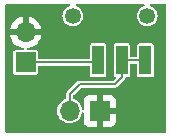
<source format=gbr>
%TF.GenerationSoftware,KiCad,Pcbnew,8.0.1*%
%TF.CreationDate,2025-01-22T20:15:40-07:00*%
%TF.ProjectId,BatterySwitch,42617474-6572-4795-9377-697463682e6b,rev?*%
%TF.SameCoordinates,Original*%
%TF.FileFunction,Copper,L1,Top*%
%TF.FilePolarity,Positive*%
%FSLAX46Y46*%
G04 Gerber Fmt 4.6, Leading zero omitted, Abs format (unit mm)*
G04 Created by KiCad (PCBNEW 8.0.1) date 2025-01-22 20:15:40*
%MOMM*%
%LPD*%
G01*
G04 APERTURE LIST*
%TA.AperFunction,SMDPad,CuDef*%
%ADD10R,0.990600X2.489200*%
%TD*%
%TA.AperFunction,ComponentPad*%
%ADD11C,1.346200*%
%TD*%
%TA.AperFunction,ComponentPad*%
%ADD12R,1.700000X1.700000*%
%TD*%
%TA.AperFunction,ComponentPad*%
%ADD13O,1.700000X1.700000*%
%TD*%
%TA.AperFunction,Conductor*%
%ADD14C,0.200000*%
%TD*%
G04 APERTURE END LIST*
D10*
%TO.P,SW1,1,1*%
%TO.N,SWITCH_OUT*%
X136490000Y-77050000D03*
%TO.P,SW1,2,2*%
X134490002Y-77050000D03*
%TO.P,SW1,3,3*%
%TO.N,VCC*%
X132490000Y-77050000D03*
D11*
%TO.P,SW1,5*%
%TO.N,N/C*%
X136640000Y-73300000D03*
%TO.P,SW1,6*%
X130340002Y-73300000D03*
%TD*%
D12*
%TO.P,J2,1,Pin_1*%
%TO.N,GND*%
X132615000Y-81340000D03*
D13*
%TO.P,J2,2,Pin_2*%
%TO.N,SWITCH_OUT*%
X130075000Y-81340000D03*
%TD*%
D12*
%TO.P,J1,1,Pin_1*%
%TO.N,VCC*%
X126340000Y-77230000D03*
D13*
%TO.P,J1,2,Pin_2*%
%TO.N,GND*%
X126340000Y-74690000D03*
%TD*%
D14*
%TO.N,VCC*%
X132490000Y-77050000D02*
X132310000Y-77230000D01*
X132310000Y-77230000D02*
X126340000Y-77230000D01*
X132500000Y-76640000D02*
X132500000Y-77800000D01*
%TO.N,SWITCH_OUT*%
X130075000Y-81340000D02*
X130075000Y-79915000D01*
X134490002Y-77050000D02*
X136490000Y-77050000D01*
X130910000Y-79080000D02*
X133920000Y-79080000D01*
X134490002Y-78509998D02*
X134490002Y-77050000D01*
X130075000Y-79915000D02*
X130910000Y-79080000D01*
X133920000Y-79080000D02*
X134490002Y-78509998D01*
%TD*%
%TA.AperFunction,Conductor*%
%TO.N,GND*%
G36*
X130086718Y-72338093D02*
G01*
X130112438Y-72382642D01*
X130103505Y-72433300D01*
X130068966Y-72464399D01*
X129900796Y-72539272D01*
X129752232Y-72647210D01*
X129752231Y-72647211D01*
X129629350Y-72783683D01*
X129629349Y-72783685D01*
X129537533Y-72942715D01*
X129537530Y-72942722D01*
X129480785Y-73117366D01*
X129480785Y-73117367D01*
X129461590Y-73299999D01*
X129461590Y-73300000D01*
X129480785Y-73482632D01*
X129480785Y-73482633D01*
X129537530Y-73657277D01*
X129537533Y-73657284D01*
X129629349Y-73816314D01*
X129629350Y-73816316D01*
X129752231Y-73952788D01*
X129752232Y-73952789D01*
X129834317Y-74012427D01*
X129900796Y-74060727D01*
X130068558Y-74135419D01*
X130248183Y-74173600D01*
X130248185Y-74173600D01*
X130431819Y-74173600D01*
X130431821Y-74173600D01*
X130611446Y-74135419D01*
X130779208Y-74060727D01*
X130927774Y-73952787D01*
X131050652Y-73816318D01*
X131142471Y-73657282D01*
X131144223Y-73651892D01*
X131162750Y-73594868D01*
X131199219Y-73482632D01*
X131218414Y-73300000D01*
X131199219Y-73117368D01*
X131180303Y-73059151D01*
X131142473Y-72942722D01*
X131142470Y-72942715D01*
X131050654Y-72783685D01*
X131050653Y-72783683D01*
X130927772Y-72647211D01*
X130927771Y-72647210D01*
X130779207Y-72539272D01*
X130611038Y-72464399D01*
X130574035Y-72428666D01*
X130568658Y-72377508D01*
X130597422Y-72334862D01*
X130641624Y-72320500D01*
X136338378Y-72320500D01*
X136386716Y-72338093D01*
X136412436Y-72382642D01*
X136403503Y-72433300D01*
X136368964Y-72464399D01*
X136200794Y-72539272D01*
X136052230Y-72647210D01*
X136052229Y-72647211D01*
X135929348Y-72783683D01*
X135929347Y-72783685D01*
X135837531Y-72942715D01*
X135837528Y-72942722D01*
X135780783Y-73117366D01*
X135780783Y-73117367D01*
X135761588Y-73299999D01*
X135761588Y-73300000D01*
X135780783Y-73482632D01*
X135780783Y-73482633D01*
X135837528Y-73657277D01*
X135837531Y-73657284D01*
X135929347Y-73816314D01*
X135929348Y-73816316D01*
X136052229Y-73952788D01*
X136052230Y-73952789D01*
X136134315Y-74012427D01*
X136200794Y-74060727D01*
X136368556Y-74135419D01*
X136548181Y-74173600D01*
X136548183Y-74173600D01*
X136731817Y-74173600D01*
X136731819Y-74173600D01*
X136911444Y-74135419D01*
X137079206Y-74060727D01*
X137227772Y-73952787D01*
X137350650Y-73816318D01*
X137442469Y-73657282D01*
X137444221Y-73651892D01*
X137462748Y-73594868D01*
X137499217Y-73482632D01*
X137518412Y-73300000D01*
X137499217Y-73117368D01*
X137480301Y-73059151D01*
X137442471Y-72942722D01*
X137442468Y-72942715D01*
X137350652Y-72783685D01*
X137350651Y-72783683D01*
X137227770Y-72647211D01*
X137227769Y-72647210D01*
X137079205Y-72539272D01*
X136911036Y-72464399D01*
X136874033Y-72428666D01*
X136868656Y-72377508D01*
X136897420Y-72334862D01*
X136941622Y-72320500D01*
X138164300Y-72320500D01*
X138212638Y-72338093D01*
X138238358Y-72382642D01*
X138239500Y-72395700D01*
X138239500Y-83104300D01*
X138221907Y-83152638D01*
X138177358Y-83178358D01*
X138164300Y-83179500D01*
X124695700Y-83179500D01*
X124647362Y-83161907D01*
X124621642Y-83117358D01*
X124620500Y-83104300D01*
X124620500Y-81340000D01*
X129019417Y-81340000D01*
X129039699Y-81545932D01*
X129099765Y-81743947D01*
X129099770Y-81743959D01*
X129132892Y-81805925D01*
X129197315Y-81926450D01*
X129328590Y-82086410D01*
X129488550Y-82217685D01*
X129671046Y-82315232D01*
X129671050Y-82315233D01*
X129671052Y-82315234D01*
X129744778Y-82337598D01*
X129869066Y-82375300D01*
X130075000Y-82395583D01*
X130280934Y-82375300D01*
X130478954Y-82315232D01*
X130661450Y-82217685D01*
X130821410Y-82086410D01*
X130952685Y-81926450D01*
X131050232Y-81743954D01*
X131110300Y-81545934D01*
X131114962Y-81498599D01*
X131137209Y-81452220D01*
X131184063Y-81430990D01*
X131233602Y-81444845D01*
X131262646Y-81487301D01*
X131265000Y-81505971D01*
X131265000Y-82237831D01*
X131271401Y-82297374D01*
X131271402Y-82297377D01*
X131321648Y-82432090D01*
X131321649Y-82432092D01*
X131407810Y-82547189D01*
X131522907Y-82633350D01*
X131522909Y-82633351D01*
X131657622Y-82683597D01*
X131657625Y-82683598D01*
X131717168Y-82689999D01*
X131717180Y-82690000D01*
X132365000Y-82690000D01*
X132365000Y-81773012D01*
X132422007Y-81805925D01*
X132549174Y-81840000D01*
X132680826Y-81840000D01*
X132807993Y-81805925D01*
X132865000Y-81773012D01*
X132865000Y-82690000D01*
X133512820Y-82690000D01*
X133512831Y-82689999D01*
X133572374Y-82683598D01*
X133572377Y-82683597D01*
X133707090Y-82633351D01*
X133707092Y-82633350D01*
X133822189Y-82547189D01*
X133908350Y-82432092D01*
X133908351Y-82432090D01*
X133958597Y-82297377D01*
X133958598Y-82297374D01*
X133964999Y-82237831D01*
X133965000Y-82237820D01*
X133965000Y-81590000D01*
X133048012Y-81590000D01*
X133080925Y-81532993D01*
X133115000Y-81405826D01*
X133115000Y-81274174D01*
X133080925Y-81147007D01*
X133048012Y-81090000D01*
X133965000Y-81090000D01*
X133965000Y-80442180D01*
X133964999Y-80442168D01*
X133958598Y-80382625D01*
X133958597Y-80382622D01*
X133908351Y-80247909D01*
X133908350Y-80247907D01*
X133822189Y-80132810D01*
X133707092Y-80046649D01*
X133707090Y-80046648D01*
X133572377Y-79996402D01*
X133572374Y-79996401D01*
X133512831Y-79990000D01*
X132865000Y-79990000D01*
X132865000Y-80906988D01*
X132807993Y-80874075D01*
X132680826Y-80840000D01*
X132549174Y-80840000D01*
X132422007Y-80874075D01*
X132365000Y-80906988D01*
X132365000Y-79990000D01*
X131717168Y-79990000D01*
X131657625Y-79996401D01*
X131657622Y-79996402D01*
X131522909Y-80046648D01*
X131522907Y-80046649D01*
X131407810Y-80132810D01*
X131321649Y-80247907D01*
X131321648Y-80247909D01*
X131271402Y-80382622D01*
X131271401Y-80382625D01*
X131265000Y-80442168D01*
X131265000Y-81174028D01*
X131247407Y-81222366D01*
X131202858Y-81248086D01*
X131152200Y-81239153D01*
X131119135Y-81199748D01*
X131114962Y-81181399D01*
X131110300Y-81134067D01*
X131050234Y-80936052D01*
X131050229Y-80936040D01*
X130952687Y-80753554D01*
X130952684Y-80753549D01*
X130821410Y-80593590D01*
X130661450Y-80462315D01*
X130661445Y-80462312D01*
X130478959Y-80364770D01*
X130478956Y-80364769D01*
X130478954Y-80364768D01*
X130428869Y-80349574D01*
X130387721Y-80318706D01*
X130375500Y-80277613D01*
X130375500Y-80070619D01*
X130393093Y-80022281D01*
X130397526Y-80017445D01*
X131012445Y-79402526D01*
X131059065Y-79380786D01*
X131065619Y-79380500D01*
X133959560Y-79380500D01*
X133959562Y-79380500D01*
X134035989Y-79360021D01*
X134104511Y-79320460D01*
X134160460Y-79264511D01*
X134730462Y-78694509D01*
X134770024Y-78625986D01*
X134790159Y-78550836D01*
X134819663Y-78508700D01*
X134862797Y-78495100D01*
X135005051Y-78495100D01*
X135024544Y-78491222D01*
X135063533Y-78483467D01*
X135129854Y-78439152D01*
X135174169Y-78372831D01*
X135185802Y-78314348D01*
X135185802Y-77425700D01*
X135203395Y-77377362D01*
X135247944Y-77351642D01*
X135261002Y-77350500D01*
X135719000Y-77350500D01*
X135767338Y-77368093D01*
X135793058Y-77412642D01*
X135794200Y-77425700D01*
X135794200Y-78314348D01*
X135805832Y-78372829D01*
X135805833Y-78372831D01*
X135850148Y-78439152D01*
X135916469Y-78483467D01*
X135945710Y-78489283D01*
X135974951Y-78495100D01*
X135974952Y-78495100D01*
X137005049Y-78495100D01*
X137024542Y-78491222D01*
X137063531Y-78483467D01*
X137129852Y-78439152D01*
X137174167Y-78372831D01*
X137185800Y-78314348D01*
X137185800Y-75785652D01*
X137174167Y-75727169D01*
X137129852Y-75660848D01*
X137063531Y-75616533D01*
X137063529Y-75616532D01*
X137005049Y-75604900D01*
X137005048Y-75604900D01*
X135974952Y-75604900D01*
X135974951Y-75604900D01*
X135916470Y-75616532D01*
X135916468Y-75616533D01*
X135850148Y-75660848D01*
X135805833Y-75727168D01*
X135805832Y-75727170D01*
X135794200Y-75785651D01*
X135794200Y-76674300D01*
X135776607Y-76722638D01*
X135732058Y-76748358D01*
X135719000Y-76749500D01*
X135261002Y-76749500D01*
X135212664Y-76731907D01*
X135186944Y-76687358D01*
X135185802Y-76674300D01*
X135185802Y-75785651D01*
X135174169Y-75727170D01*
X135174168Y-75727168D01*
X135129854Y-75660848D01*
X135063533Y-75616533D01*
X135063531Y-75616532D01*
X135005051Y-75604900D01*
X135005050Y-75604900D01*
X133974954Y-75604900D01*
X133974953Y-75604900D01*
X133916472Y-75616532D01*
X133916470Y-75616533D01*
X133850150Y-75660848D01*
X133805835Y-75727168D01*
X133805834Y-75727170D01*
X133794202Y-75785651D01*
X133794202Y-78314348D01*
X133805834Y-78372829D01*
X133805835Y-78372831D01*
X133850150Y-78439152D01*
X133916471Y-78483467D01*
X133924525Y-78485069D01*
X133968502Y-78511753D01*
X133985038Y-78560463D01*
X133966395Y-78608406D01*
X133963031Y-78611998D01*
X133817554Y-78757474D01*
X133770935Y-78779214D01*
X133764381Y-78779500D01*
X130870438Y-78779500D01*
X130832224Y-78789739D01*
X130794009Y-78799979D01*
X130725490Y-78839539D01*
X130725484Y-78839543D01*
X129890489Y-79674540D01*
X129862514Y-79702514D01*
X129834540Y-79730488D01*
X129834539Y-79730490D01*
X129794979Y-79799009D01*
X129774500Y-79875439D01*
X129774500Y-80277613D01*
X129756907Y-80325951D01*
X129721130Y-80349574D01*
X129671046Y-80364768D01*
X129671045Y-80364768D01*
X129671040Y-80364770D01*
X129488554Y-80462312D01*
X129488549Y-80462315D01*
X129328590Y-80593590D01*
X129197315Y-80753549D01*
X129197312Y-80753554D01*
X129099770Y-80936040D01*
X129099765Y-80936052D01*
X129039699Y-81134067D01*
X129019417Y-81340000D01*
X124620500Y-81340000D01*
X124620500Y-74940000D01*
X125009364Y-74940000D01*
X125066568Y-75153490D01*
X125066570Y-75153494D01*
X125166398Y-75367576D01*
X125301885Y-75561072D01*
X125301896Y-75561085D01*
X125468914Y-75728103D01*
X125468927Y-75728114D01*
X125662423Y-75863601D01*
X125662423Y-75863602D01*
X125876505Y-75963429D01*
X125876509Y-75963430D01*
X126104683Y-76024569D01*
X126159736Y-76029386D01*
X126206356Y-76051126D01*
X126228096Y-76097746D01*
X126214782Y-76147433D01*
X126172645Y-76176938D01*
X126153182Y-76179500D01*
X125470251Y-76179500D01*
X125411770Y-76191132D01*
X125411768Y-76191133D01*
X125345448Y-76235448D01*
X125301133Y-76301768D01*
X125301132Y-76301770D01*
X125289500Y-76360251D01*
X125289500Y-78099748D01*
X125301132Y-78158229D01*
X125301133Y-78158231D01*
X125345448Y-78224552D01*
X125411769Y-78268867D01*
X125441010Y-78274683D01*
X125470251Y-78280500D01*
X125470252Y-78280500D01*
X127209749Y-78280500D01*
X127229242Y-78276622D01*
X127268231Y-78268867D01*
X127334552Y-78224552D01*
X127378867Y-78158231D01*
X127390500Y-78099748D01*
X127390500Y-77605700D01*
X127408093Y-77557362D01*
X127452642Y-77531642D01*
X127465700Y-77530500D01*
X131719000Y-77530500D01*
X131767338Y-77548093D01*
X131793058Y-77592642D01*
X131794200Y-77605700D01*
X131794200Y-78314348D01*
X131805832Y-78372829D01*
X131805833Y-78372831D01*
X131850148Y-78439152D01*
X131916469Y-78483467D01*
X131945710Y-78489283D01*
X131974951Y-78495100D01*
X131974952Y-78495100D01*
X133005049Y-78495100D01*
X133024542Y-78491222D01*
X133063531Y-78483467D01*
X133129852Y-78439152D01*
X133174167Y-78372831D01*
X133185800Y-78314348D01*
X133185800Y-75785652D01*
X133174167Y-75727169D01*
X133129852Y-75660848D01*
X133063531Y-75616533D01*
X133063529Y-75616532D01*
X133005049Y-75604900D01*
X133005048Y-75604900D01*
X131974952Y-75604900D01*
X131974951Y-75604900D01*
X131916470Y-75616532D01*
X131916468Y-75616533D01*
X131850148Y-75660848D01*
X131805833Y-75727168D01*
X131805832Y-75727170D01*
X131794200Y-75785651D01*
X131794200Y-76854300D01*
X131776607Y-76902638D01*
X131732058Y-76928358D01*
X131719000Y-76929500D01*
X127465700Y-76929500D01*
X127417362Y-76911907D01*
X127391642Y-76867358D01*
X127390500Y-76854300D01*
X127390500Y-76360251D01*
X127378867Y-76301770D01*
X127378866Y-76301768D01*
X127334552Y-76235448D01*
X127268231Y-76191133D01*
X127268229Y-76191132D01*
X127209749Y-76179500D01*
X127209748Y-76179500D01*
X126526818Y-76179500D01*
X126478480Y-76161907D01*
X126452760Y-76117358D01*
X126461693Y-76066700D01*
X126501098Y-76033635D01*
X126520264Y-76029386D01*
X126575316Y-76024569D01*
X126803490Y-75963430D01*
X126803494Y-75963429D01*
X127017576Y-75863602D01*
X127017576Y-75863601D01*
X127211072Y-75728114D01*
X127211085Y-75728103D01*
X127378103Y-75561085D01*
X127378114Y-75561072D01*
X127513601Y-75367576D01*
X127513602Y-75367576D01*
X127613429Y-75153494D01*
X127613431Y-75153490D01*
X127670636Y-74940000D01*
X126773012Y-74940000D01*
X126805925Y-74882993D01*
X126840000Y-74755826D01*
X126840000Y-74624174D01*
X126805925Y-74497007D01*
X126773012Y-74440000D01*
X127670636Y-74440000D01*
X127613431Y-74226509D01*
X127613429Y-74226505D01*
X127513603Y-74012427D01*
X127378107Y-73818918D01*
X127211085Y-73651896D01*
X127211072Y-73651885D01*
X127017576Y-73516398D01*
X127017576Y-73516397D01*
X126803494Y-73416570D01*
X126803490Y-73416568D01*
X126590000Y-73359364D01*
X126590000Y-74256988D01*
X126532993Y-74224075D01*
X126405826Y-74190000D01*
X126274174Y-74190000D01*
X126147007Y-74224075D01*
X126090000Y-74256988D01*
X126090000Y-73359364D01*
X125876509Y-73416568D01*
X125876505Y-73416570D01*
X125662427Y-73516396D01*
X125468918Y-73651892D01*
X125301892Y-73818918D01*
X125166396Y-74012427D01*
X125066570Y-74226505D01*
X125066568Y-74226509D01*
X125009364Y-74440000D01*
X125906988Y-74440000D01*
X125874075Y-74497007D01*
X125840000Y-74624174D01*
X125840000Y-74755826D01*
X125874075Y-74882993D01*
X125906988Y-74940000D01*
X125009364Y-74940000D01*
X124620500Y-74940000D01*
X124620500Y-72395700D01*
X124638093Y-72347362D01*
X124682642Y-72321642D01*
X124695700Y-72320500D01*
X130038380Y-72320500D01*
X130086718Y-72338093D01*
G37*
%TD.AperFunction*%
%TD*%
M02*

</source>
